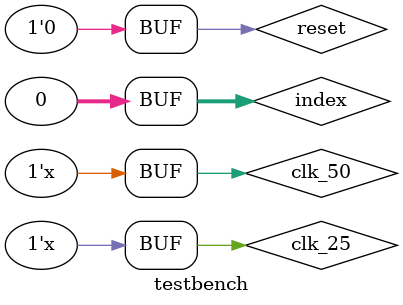
<source format=sv>
`timescale 1ns/1ns

module testbench();
    
    reg clk_50, clk_25, reset;
    
    reg [31:0] index;
    //Initialize clocks and index
    initial begin
        clk_50 = 1'b0;
        clk_25 = 1'b0;
        index  = 32'd0;
        //testbench_out = 15'd0 ;
    end
    
    //Toggle the clocks
    always begin
        #10
        clk_50  = !clk_50;
    end
    
    always begin
        #20
        clk_25  = !clk_25;
    end
    
    //Intialize and drive signals
    initial begin
        reset  = 1'b0;
        #10 
        reset  = 1'b1;
        #30
        reset  = 1'b0;
    end
    
    //Increment 
    // always @ (posedge clk_50) begin
    //     index  <= index + 32'd1;
    // end

    //Instantiation of Device Under Test
    // hook up the sine wave generators

    wire [9:0] testbench_xout;
    wire [9:0] testbench_yout;
    wire testbench_valid;

    logic ack = 0;
    logic [3:0] state = 1;
    always @ (posedge clk_50) begin
        if (state == 0) begin 
            state <= 0;
            ack <= 0; // sanity
        end 
        else if (state == 1) begin 
            state <= 2;
        end 
        else if (state == 2) begin
            state <= 3;
            ack <= 1;
        end 
        else if (state == 3) begin 
            state <= 0;
            ack <= 0;
        end 
    end 

bresenham DUT   (.clk(clk_50), 
                .reset(reset),
                .x0(9'd0),
                .y0(9'd0),
                .x1(9'd100),
                .y1(9'd100),
                .x(testbench_xout),
                .y(testbench_yout),
                .valid(testbench_valid),
                .ack(ack)
                );
    
endmodule


</source>
